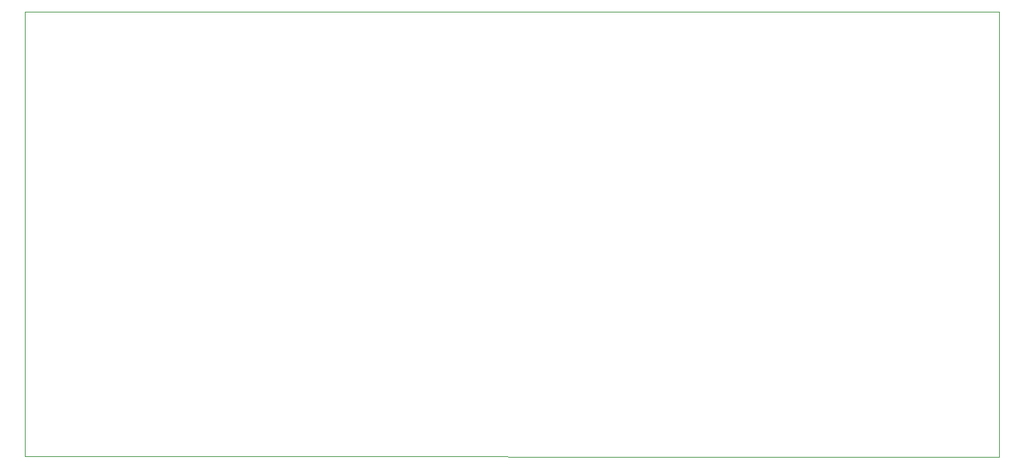
<source format=gbr>
G04 #@! TF.GenerationSoftware,KiCad,Pcbnew,(5.1.5)-3*
G04 #@! TF.CreationDate,2020-10-28T17:30:45+01:00*
G04 #@! TF.ProjectId,exciter,65786369-7465-4722-9e6b-696361645f70,rev?*
G04 #@! TF.SameCoordinates,Original*
G04 #@! TF.FileFunction,Profile,NP*
%FSLAX46Y46*%
G04 Gerber Fmt 4.6, Leading zero omitted, Abs format (unit mm)*
G04 Created by KiCad (PCBNEW (5.1.5)-3) date 2020-10-28 17:30:45*
%MOMM*%
%LPD*%
G04 APERTURE LIST*
%ADD10C,0.050000*%
G04 APERTURE END LIST*
D10*
X43317160Y-95006160D02*
X43301920Y-40543480D01*
X162648900Y-95062040D02*
X43317160Y-95006160D01*
X162618420Y-40586660D02*
X162648900Y-95062040D01*
X43301920Y-40543480D02*
X162618420Y-40586660D01*
M02*

</source>
